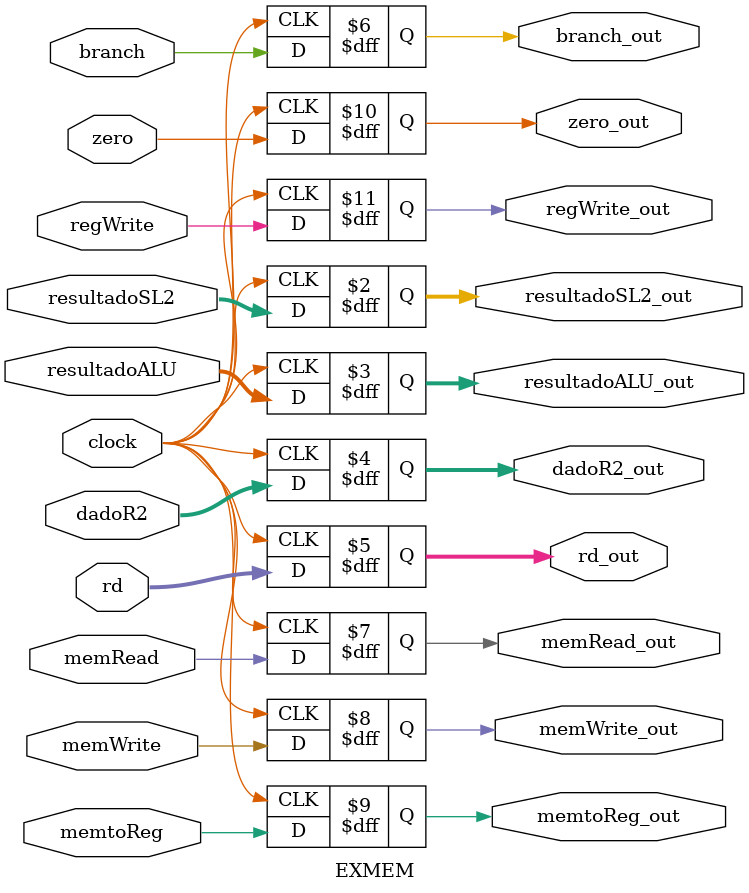
<source format=v>
module EXMEM(clock, resultadoSL2, resultadoALU, dadoR2, rd, regWrite,
            branch, memRead, memWrite, memtoReg, zero, resultadoSL2_out, 
            resultadoALU_out, dadoR2_out, rd_out, regWrite_out, branch_out, 
            memRead_out, memWrite_out, memtoReg_out, zero_out);
    
    input clock;

    input [31:0] resultadoSL2;
    input [31:0] resultadoALU;
    input [31:0] dadoR2;
    input [4:0] rd; //resultadomuxEX
    //input PCSrc;
    input branch;
    input memRead;
    input memWrite;
    input memtoReg;
    input zero;
    input regWrite;

    output reg [31:0] resultadoSL2_out;
    output reg [31:0] resultadoALU_out;
    output reg [31:0] dadoR2_out;
    output reg [4:0] rd_out;
    //output reg PCSrc_out;
    output reg branch_out;
    output reg memRead_out;
    output reg memWrite_out;
    output reg memtoReg_out;
    output reg zero_out;
    output reg regWrite_out;

    always @ (posedge clock)begin
      resultadoSL2_out = resultadoSL2;
      resultadoALU_out = resultadoALU;
      dadoR2_out = dadoR2;
      rd_out = rd;
      //PCSrc_out = PCSrc;
      branch_out = branch;
      memRead_out = memRead;
      memWrite_out = memWrite;
      memtoReg_out = memtoReg;
      zero_out = zero;
      regWrite_out = regWrite;
    end


endmodule
</source>
